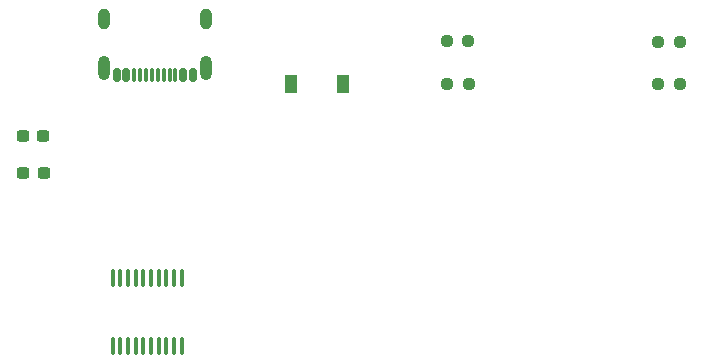
<source format=gbr>
%TF.GenerationSoftware,KiCad,Pcbnew,7.0.8*%
%TF.CreationDate,2024-02-24T16:57:54+09:00*%
%TF.ProjectId,ch552t_tinypad_board,63683535-3274-45f7-9469-6e797061645f,rev?*%
%TF.SameCoordinates,Original*%
%TF.FileFunction,Paste,Top*%
%TF.FilePolarity,Positive*%
%FSLAX46Y46*%
G04 Gerber Fmt 4.6, Leading zero omitted, Abs format (unit mm)*
G04 Created by KiCad (PCBNEW 7.0.8) date 2024-02-24 16:57:54*
%MOMM*%
%LPD*%
G01*
G04 APERTURE LIST*
G04 Aperture macros list*
%AMRoundRect*
0 Rectangle with rounded corners*
0 $1 Rounding radius*
0 $2 $3 $4 $5 $6 $7 $8 $9 X,Y pos of 4 corners*
0 Add a 4 corners polygon primitive as box body*
4,1,4,$2,$3,$4,$5,$6,$7,$8,$9,$2,$3,0*
0 Add four circle primitives for the rounded corners*
1,1,$1+$1,$2,$3*
1,1,$1+$1,$4,$5*
1,1,$1+$1,$6,$7*
1,1,$1+$1,$8,$9*
0 Add four rect primitives between the rounded corners*
20,1,$1+$1,$2,$3,$4,$5,0*
20,1,$1+$1,$4,$5,$6,$7,0*
20,1,$1+$1,$6,$7,$8,$9,0*
20,1,$1+$1,$8,$9,$2,$3,0*%
G04 Aperture macros list end*
%ADD10RoundRect,0.237500X0.250000X0.237500X-0.250000X0.237500X-0.250000X-0.237500X0.250000X-0.237500X0*%
%ADD11RoundRect,0.100000X0.100000X-0.637500X0.100000X0.637500X-0.100000X0.637500X-0.100000X-0.637500X0*%
%ADD12RoundRect,0.237500X-0.250000X-0.237500X0.250000X-0.237500X0.250000X0.237500X-0.250000X0.237500X0*%
%ADD13RoundRect,0.150000X0.150000X0.425000X-0.150000X0.425000X-0.150000X-0.425000X0.150000X-0.425000X0*%
%ADD14RoundRect,0.075000X0.075000X0.500000X-0.075000X0.500000X-0.075000X-0.500000X0.075000X-0.500000X0*%
%ADD15O,1.000000X2.100000*%
%ADD16O,1.000000X1.800000*%
%ADD17RoundRect,0.237500X0.300000X0.237500X-0.300000X0.237500X-0.300000X-0.237500X0.300000X-0.237500X0*%
%ADD18R,1.050000X1.600000*%
G04 APERTURE END LIST*
D10*
%TO.C,R1*%
X98542100Y-38455600D03*
X96717100Y-38455600D03*
%TD*%
D11*
%TO.C,U1*%
X50516600Y-60622100D03*
X51166600Y-60622100D03*
X51816600Y-60622100D03*
X52466600Y-60622100D03*
X53116600Y-60622100D03*
X53766600Y-60622100D03*
X54416600Y-60622100D03*
X55066600Y-60622100D03*
X55716600Y-60622100D03*
X56366600Y-60622100D03*
X56366600Y-54897100D03*
X55716600Y-54897100D03*
X55066600Y-54897100D03*
X54416600Y-54897100D03*
X53766600Y-54897100D03*
X53116600Y-54897100D03*
X52466600Y-54897100D03*
X51816600Y-54897100D03*
X51166600Y-54897100D03*
X50516600Y-54897100D03*
%TD*%
D12*
%TO.C,R3*%
X78794600Y-34848800D03*
X80619600Y-34848800D03*
%TD*%
D10*
%TO.C,R2*%
X80664300Y-38449500D03*
X78839300Y-38449500D03*
%TD*%
D13*
%TO.C,J2*%
X57294000Y-37716000D03*
X56494000Y-37716000D03*
D14*
X55344000Y-37716000D03*
X54344000Y-37716000D03*
X53844000Y-37716000D03*
X52844000Y-37716000D03*
D13*
X51694000Y-37716000D03*
X50894000Y-37716000D03*
D14*
X52344000Y-37716000D03*
X53344000Y-37716000D03*
X54844000Y-37716000D03*
X55844000Y-37716000D03*
D15*
X58414000Y-37141000D03*
D16*
X58414000Y-32961000D03*
D15*
X49774000Y-37141000D03*
D16*
X49774000Y-32961000D03*
%TD*%
D17*
%TO.C,C1*%
X44666706Y-42834400D03*
X42941706Y-42834400D03*
%TD*%
D12*
%TO.C,R4*%
X96701600Y-34874200D03*
X98526600Y-34874200D03*
%TD*%
D17*
%TO.C,C2*%
X44678600Y-45974000D03*
X42953600Y-45974000D03*
%TD*%
D18*
%TO.C,SW7*%
X65622876Y-38455600D03*
X70022876Y-38455600D03*
%TD*%
M02*

</source>
